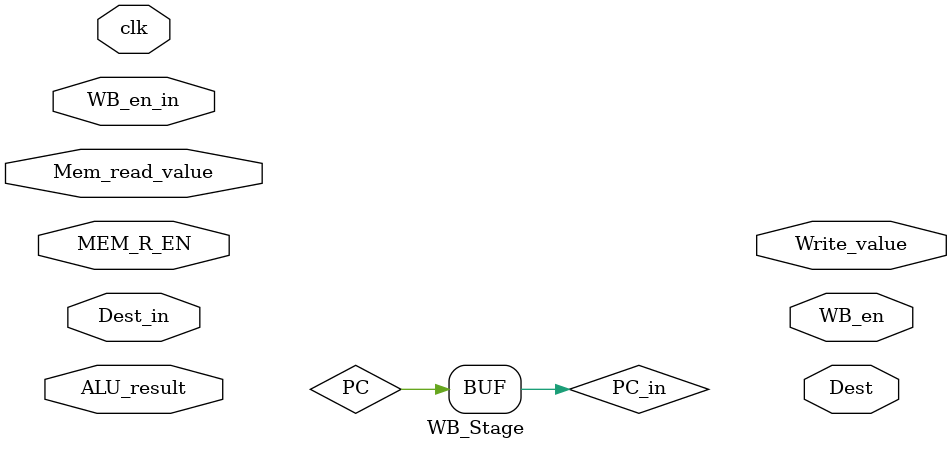
<source format=v>
module WB_Stage(
	input clk,
	input WB_en_in,
	input MEM_R_EN,
	input [31:0] ALU_result,
	input [31:0] Mem_read_value,
	input [4:0] Dest_in,
	output WB_en,
	output [31:0] Write_value,
	output [4:0] Dest
	);
	assign PC = PC_in;
endmodule
</source>
